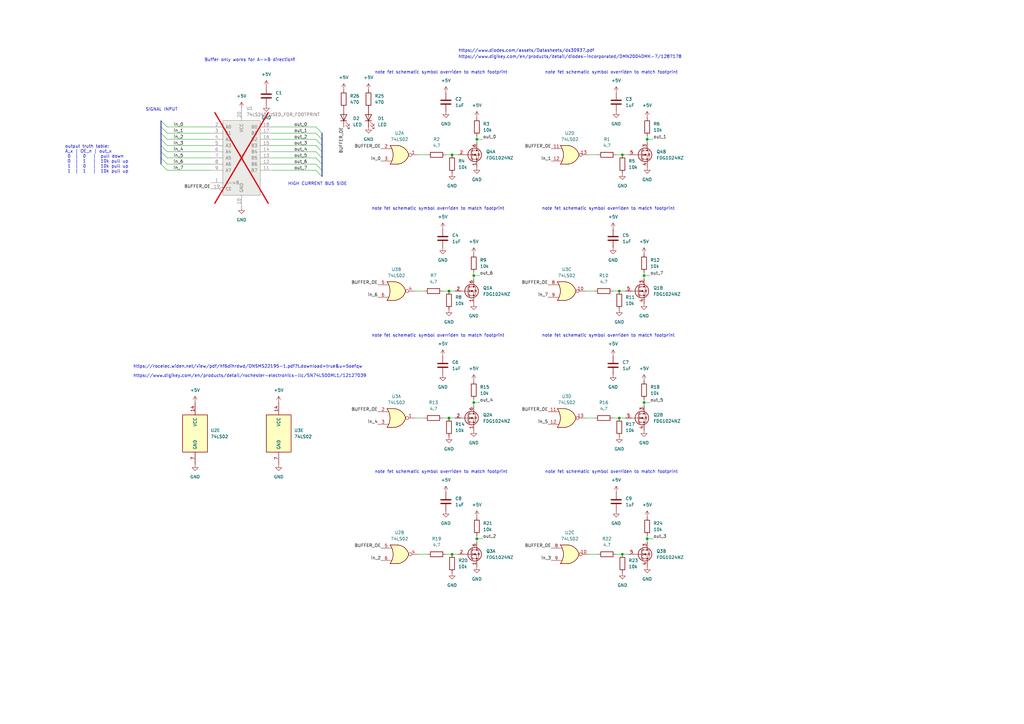
<source format=kicad_sch>
(kicad_sch (version 20230121) (generator eeschema)
  (paper "A3")
  (lib_symbols
    (symbol "74xx:74LS02" (pin_names (offset 1.016))
      (property "Reference" "U" (at 0 1.27 0))
      (property "Value" "74LS02" (at 0 -1.27 0))
      (symbol "74LS02_1_1"
        (arc (start -3.81 -3.81) (mid -2.589 0) (end -3.81 3.81) (stroke (width 0.254)))
        (arc (start -0.6096 -3.81) (mid 2.1842 -2.5851) (end 3.81 0) (stroke (width 0.254)) (fill (type background)))
        (polyline (pts (xy -3.81 -3.81) (xy -0.635 -3.81)) (stroke (width 0.254)) (fill (type background)))
        (polyline (pts (xy -3.81 3.81) (xy -0.635 3.81)) (stroke (width 0.254)) (fill (type background)))
        (polyline (pts (xy -0.635 3.81) (xy -3.81 3.81) (xy -3.81 3.81) (xy -3.556 3.4036) (xy -3.0226 2.2606) (xy -2.6924 1.0414) (xy -2.6162 -0.254) (xy -2.7686 -1.4986) (xy -3.175 -2.7178) (xy -3.81 -3.81) (xy -3.81 -3.81) (xy -0.635 -3.81)) (stroke (width -25.4)) (fill (type background)))
        (arc (start 3.81 0) (mid 2.1915 2.5936) (end -0.6096 3.81) (stroke (width 0.254)) (fill (type background)))
        (pin output inverted (at 7.62 0 180) (length 3.81) (name "~") (number "1"))
        (pin input line (at -7.62 2.54 0) (length 4.318) (name "~") (number "2"))
        (pin input line (at -7.62 -2.54 0) (length 4.318) (name "~") (number "3"))
      )
      (symbol "74LS02_1_2"
        (arc (start 0 -3.81) (mid 3.7934 0) (end 0 3.81) (stroke (width 0.254)) (fill (type background)))
        (polyline (pts (xy 0 3.81) (xy -3.81 3.81) (xy -3.81 -3.81) (xy 0 -3.81)) (stroke (width 0.254)) (fill (type background)))
        (pin output line (at 7.62 0 180) (length 3.81) (name "~") (number "1"))
        (pin input inverted (at -7.62 2.54 0) (length 3.81) (name "~") (number "2"))
        (pin input inverted (at -7.62 -2.54 0) (length 3.81) (name "~") (number "3"))
      )
      (symbol "74LS02_2_1"
        (arc (start -3.81 -3.81) (mid -2.589 0) (end -3.81 3.81) (stroke (width 0.254)))
        (arc (start -0.6096 -3.81) (mid 2.1842 -2.5851) (end 3.81 0) (stroke (width 0.254)) (fill (type background)))
        (polyline (pts (xy -3.81 -3.81) (xy -0.635 -3.81)) (stroke (width 0.254)) (fill (type background)))
        (polyline (pts (xy -3.81 3.81) (xy -0.635 3.81)) (stroke (width 0.254)) (fill (type background)))
        (polyline (pts (xy -0.635 3.81) (xy -3.81 3.81) (xy -3.81 3.81) (xy -3.556 3.4036) (xy -3.0226 2.2606) (xy -2.6924 1.0414) (xy -2.6162 -0.254) (xy -2.7686 -1.4986) (xy -3.175 -2.7178) (xy -3.81 -3.81) (xy -3.81 -3.81) (xy -0.635 -3.81)) (stroke (width -25.4)) (fill (type background)))
        (arc (start 3.81 0) (mid 2.1915 2.5936) (end -0.6096 3.81) (stroke (width 0.254)) (fill (type background)))
        (pin output inverted (at 7.62 0 180) (length 3.81) (name "~") (number "4"))
        (pin input line (at -7.62 2.54 0) (length 4.318) (name "~") (number "5"))
        (pin input line (at -7.62 -2.54 0) (length 4.318) (name "~") (number "6"))
      )
      (symbol "74LS02_2_2"
        (arc (start 0 -3.81) (mid 3.7934 0) (end 0 3.81) (stroke (width 0.254)) (fill (type background)))
        (polyline (pts (xy 0 3.81) (xy -3.81 3.81) (xy -3.81 -3.81) (xy 0 -3.81)) (stroke (width 0.254)) (fill (type background)))
        (pin output line (at 7.62 0 180) (length 3.81) (name "~") (number "4"))
        (pin input inverted (at -7.62 2.54 0) (length 3.81) (name "~") (number "5"))
        (pin input inverted (at -7.62 -2.54 0) (length 3.81) (name "~") (number "6"))
      )
      (symbol "74LS02_3_1"
        (arc (start -3.81 -3.81) (mid -2.589 0) (end -3.81 3.81) (stroke (width 0.254)))
        (arc (start -0.6096 -3.81) (mid 2.1842 -2.5851) (end 3.81 0) (stroke (width 0.254)) (fill (type background)))
        (polyline (pts (xy -3.81 -3.81) (xy -0.635 -3.81)) (stroke (width 0.254)) (fill (type background)))
        (polyline (pts (xy -3.81 3.81) (xy -0.635 3.81)) (stroke (width 0.254)) (fill (type background)))
        (polyline (pts (xy -0.635 3.81) (xy -3.81 3.81) (xy -3.81 3.81) (xy -3.556 3.4036) (xy -3.0226 2.2606) (xy -2.6924 1.0414) (xy -2.6162 -0.254) (xy -2.7686 -1.4986) (xy -3.175 -2.7178) (xy -3.81 -3.81) (xy -3.81 -3.81) (xy -0.635 -3.81)) (stroke (width -25.4)) (fill (type background)))
        (arc (start 3.81 0) (mid 2.1915 2.5936) (end -0.6096 3.81) (stroke (width 0.254)) (fill (type background)))
        (pin output inverted (at 7.62 0 180) (length 3.81) (name "~") (number "10"))
        (pin input line (at -7.62 2.54 0) (length 4.318) (name "~") (number "8"))
        (pin input line (at -7.62 -2.54 0) (length 4.318) (name "~") (number "9"))
      )
      (symbol "74LS02_3_2"
        (arc (start 0 -3.81) (mid 3.7934 0) (end 0 3.81) (stroke (width 0.254)) (fill (type background)))
        (polyline (pts (xy 0 3.81) (xy -3.81 3.81) (xy -3.81 -3.81) (xy 0 -3.81)) (stroke (width 0.254)) (fill (type background)))
        (pin output line (at 7.62 0 180) (length 3.81) (name "~") (number "10"))
        (pin input inverted (at -7.62 2.54 0) (length 3.81) (name "~") (number "8"))
        (pin input inverted (at -7.62 -2.54 0) (length 3.81) (name "~") (number "9"))
      )
      (symbol "74LS02_4_1"
        (arc (start -3.81 -3.81) (mid -2.589 0) (end -3.81 3.81) (stroke (width 0.254)))
        (arc (start -0.6096 -3.81) (mid 2.1842 -2.5851) (end 3.81 0) (stroke (width 0.254)) (fill (type background)))
        (polyline (pts (xy -3.81 -3.81) (xy -0.635 -3.81)) (stroke (width 0.254)) (fill (type background)))
        (polyline (pts (xy -3.81 3.81) (xy -0.635 3.81)) (stroke (width 0.254)) (fill (type background)))
        (polyline (pts (xy -0.635 3.81) (xy -3.81 3.81) (xy -3.81 3.81) (xy -3.556 3.4036) (xy -3.0226 2.2606) (xy -2.6924 1.0414) (xy -2.6162 -0.254) (xy -2.7686 -1.4986) (xy -3.175 -2.7178) (xy -3.81 -3.81) (xy -3.81 -3.81) (xy -0.635 -3.81)) (stroke (width -25.4)) (fill (type background)))
        (arc (start 3.81 0) (mid 2.1915 2.5936) (end -0.6096 3.81) (stroke (width 0.254)) (fill (type background)))
        (pin input line (at -7.62 2.54 0) (length 4.318) (name "~") (number "11"))
        (pin input line (at -7.62 -2.54 0) (length 4.318) (name "~") (number "12"))
        (pin output inverted (at 7.62 0 180) (length 3.81) (name "~") (number "13"))
      )
      (symbol "74LS02_4_2"
        (arc (start 0 -3.81) (mid 3.7934 0) (end 0 3.81) (stroke (width 0.254)) (fill (type background)))
        (polyline (pts (xy 0 3.81) (xy -3.81 3.81) (xy -3.81 -3.81) (xy 0 -3.81)) (stroke (width 0.254)) (fill (type background)))
        (pin input inverted (at -7.62 2.54 0) (length 3.81) (name "~") (number "11"))
        (pin input inverted (at -7.62 -2.54 0) (length 3.81) (name "~") (number "12"))
        (pin output line (at 7.62 0 180) (length 3.81) (name "~") (number "13"))
      )
      (symbol "74LS02_5_0"
        (pin power_in line (at 0 12.7 270) (length 5.08) (name "VCC") (number "14"))
        (pin power_in line (at 0 -12.7 90) (length 5.08) (name "GND") (number "7"))
      )
      (symbol "74LS02_5_1"
        (rectangle (start -5.08 7.62) (end 5.08 -7.62) (stroke (width 0.254)) (fill (type background)))
      )
    )
    (symbol "74xx:74LS245" (pin_names (offset 1.016))
      (property "Reference" "U" (at -7.62 16.51 0))
      (property "Value" "74LS245" (at -7.62 -16.51 0))
      (symbol "74LS245_1_0"
        (polyline (pts (xy -0.635 -1.27) (xy -0.635 1.27) (xy 0.635 1.27)))
        (polyline (pts (xy -1.27 -1.27) (xy 0.635 -1.27) (xy 0.635 1.27) (xy 1.27 1.27)))
        (pin input line (at -12.7 -10.16 0) (length 5.08) (name "A->B") (number "1"))
        (pin power_in line (at 0 -20.32 90) (length 5.08) (name "GND") (number "10"))
        (pin tri_state line (at 12.7 -5.08 180) (length 5.08) (name "B7") (number "11"))
        (pin tri_state line (at 12.7 -2.54 180) (length 5.08) (name "B6") (number "12"))
        (pin tri_state line (at 12.7 0 180) (length 5.08) (name "B5") (number "13"))
        (pin tri_state line (at 12.7 2.54 180) (length 5.08) (name "B4") (number "14"))
        (pin tri_state line (at 12.7 5.08 180) (length 5.08) (name "B3") (number "15"))
        (pin tri_state line (at 12.7 7.62 180) (length 5.08) (name "B2") (number "16"))
        (pin tri_state line (at 12.7 10.16 180) (length 5.08) (name "B1") (number "17"))
        (pin tri_state line (at 12.7 12.7 180) (length 5.08) (name "B0") (number "18"))
        (pin input inverted (at -12.7 -12.7 0) (length 5.08) (name "CE") (number "19"))
        (pin tri_state line (at -12.7 12.7 0) (length 5.08) (name "A0") (number "2"))
        (pin power_in line (at 0 20.32 270) (length 5.08) (name "VCC") (number "20"))
        (pin tri_state line (at -12.7 10.16 0) (length 5.08) (name "A1") (number "3"))
        (pin tri_state line (at -12.7 7.62 0) (length 5.08) (name "A2") (number "4"))
        (pin tri_state line (at -12.7 5.08 0) (length 5.08) (name "A3") (number "5"))
        (pin tri_state line (at -12.7 2.54 0) (length 5.08) (name "A4") (number "6"))
        (pin tri_state line (at -12.7 0 0) (length 5.08) (name "A5") (number "7"))
        (pin tri_state line (at -12.7 -2.54 0) (length 5.08) (name "A6") (number "8"))
        (pin tri_state line (at -12.7 -5.08 0) (length 5.08) (name "A7") (number "9"))
      )
      (symbol "74LS245_1_1"
        (rectangle (start -7.62 15.24) (end 7.62 -15.24) (stroke (width 0.254)) (fill (type background)))
      )
    )
    (symbol "Device:C" (pin_numbers hide) (pin_names (offset 0.254))
      (property "Reference" "C" (at 0.635 2.54 0))
      (property "Value" "C" (at 0.635 -2.54 0))
      (symbol "C_0_1"
        (polyline (pts (xy -2.032 -0.762) (xy 2.032 -0.762)) (stroke (width 0.508)))
        (polyline (pts (xy -2.032 0.762) (xy 2.032 0.762)) (stroke (width 0.508)))
      )
      (symbol "C_1_1"
        (pin passive line (at 0 3.81 270) (length 2.794) (name "~") (number "1"))
        (pin passive line (at 0 -3.81 90) (length 2.794) (name "~") (number "2"))
      )
    )
    (symbol "Device:LED" (pin_numbers hide) (pin_names (offset 1.016) hide)
      (property "Reference" "D" (at 0 2.54 0))
      (property "Value" "LED" (at 0 -2.54 0))
      (symbol "LED_0_1"
        (polyline (pts (xy -1.27 -1.27) (xy -1.27 1.27)) (stroke (width 0.254)))
        (polyline (pts (xy -1.27 0) (xy 1.27 0)))
        (polyline (pts (xy 1.27 -1.27) (xy 1.27 1.27) (xy -1.27 0) (xy 1.27 -1.27)) (stroke (width 0.254)))
        (polyline (pts (xy -3.048 -0.762) (xy -4.572 -2.286) (xy -3.81 -2.286) (xy -4.572 -2.286) (xy -4.572 -1.524)))
        (polyline (pts (xy -1.778 -0.762) (xy -3.302 -2.286) (xy -2.54 -2.286) (xy -3.302 -2.286) (xy -3.302 -1.524)))
      )
      (symbol "LED_1_1"
        (pin passive line (at -3.81 0 0) (length 2.54) (name "K") (number "1"))
        (pin passive line (at 3.81 0 180) (length 2.54) (name "A") (number "2"))
      )
    )
    (symbol "Device:R" (pin_numbers hide) (pin_names (offset 0))
      (property "Reference" "R" (at 2.032 0 90))
      (property "Value" "R" (at 0 0 90))
      (symbol "R_0_1"
        (rectangle (start -1.016 -2.54) (end 1.016 2.54) (stroke (width 0.254)))
      )
      (symbol "R_1_1"
        (pin passive line (at 0 3.81 270) (length 1.27) (name "~") (number "1"))
        (pin passive line (at 0 -3.81 90) (length 1.27) (name "~") (number "2"))
      )
    )
    (symbol "Transistor_FET:FDG1024NZ" (pin_names hide)
      (property "Reference" "Q" (at 5.08 1.905 0))
      (property "Value" "FDG1024NZ" (at 5.08 0 0))
      (symbol "FDG1024NZ_0_1"
        (polyline (pts (xy 0.254 0) (xy -2.54 0)))
        (polyline (pts (xy 0.254 1.905) (xy 0.254 -1.905)) (stroke (width 0.254)))
        (polyline (pts (xy 0.762 -1.27) (xy 0.762 -2.286)) (stroke (width 0.254)))
        (polyline (pts (xy 0.762 0.508) (xy 0.762 -0.508)) (stroke (width 0.254)))
        (polyline (pts (xy 0.762 2.286) (xy 0.762 1.27)) (stroke (width 0.254)))
        (polyline (pts (xy 2.54 2.54) (xy 2.54 1.778)))
        (polyline (pts (xy 2.54 -2.54) (xy 2.54 0) (xy 0.762 0)))
        (polyline (pts (xy 0.762 -1.778) (xy 3.302 -1.778) (xy 3.302 1.778) (xy 0.762 1.778)))
        (polyline (pts (xy 1.016 0) (xy 2.032 0.381) (xy 2.032 -0.381) (xy 1.016 0)) (fill (type outline)))
        (polyline (pts (xy 2.794 0.508) (xy 2.921 0.381) (xy 3.683 0.381) (xy 3.81 0.254)))
        (polyline (pts (xy 3.302 0.381) (xy 2.921 -0.254) (xy 3.683 -0.254) (xy 3.302 0.381)))
        (circle (center 1.651 0) (radius 2.794) (stroke (width 0.254)))
        (circle (center 2.54 -1.778) (radius 0.254) (fill (type outline)))
        (circle (center 2.54 1.778) (radius 0.254) (fill (type outline)))
      )
      (symbol "FDG1024NZ_1_1"
        (pin passive line (at 2.54 -5.08 90) (length 2.54) (name "S") (number "1"))
        (pin passive line (at -5.08 0 0) (length 2.54) (name "G") (number "2"))
        (pin passive line (at 2.54 5.08 270) (length 2.54) (name "D") (number "6"))
      )
      (symbol "FDG1024NZ_2_1"
        (pin passive line (at 2.54 5.08 270) (length 2.54) (name "D") (number "3"))
        (pin passive line (at 2.54 -5.08 90) (length 2.54) (name "S") (number "4"))
        (pin passive line (at -5.08 0 0) (length 2.54) (name "G") (number "5"))
      )
    )
    (symbol "power:+5V" (power) (pin_names (offset 0))
      (property "Value" "+5V" (at 0 3.556 0))
      (symbol "+5V_0_1"
        (polyline (pts (xy -0.762 1.27) (xy 0 2.54)))
        (polyline (pts (xy 0 0) (xy 0 2.54)))
        (polyline (pts (xy 0 2.54) (xy 0.762 1.27)))
      )
      (symbol "+5V_1_1"
        (pin power_in line (at 0 0 90) (length 0) hide (name "+5V") (number "1"))
      )
    )
    (symbol "power:GND" (power) (pin_names (offset 0))
      (property "Value" "GND" (at 0 -3.81 0))
      (symbol "GND_0_1"
        (polyline (pts (xy 0 0) (xy 0 -1.27) (xy 1.27 -1.27) (xy 0 -2.54) (xy -1.27 -1.27) (xy 0 -1.27)))
      )
      (symbol "GND_1_1"
        (pin power_in line (at 0 0 270) (length 0) hide (name "GND") (number "1"))
      )
    )
  )
  (junction (at 254 171.45))
  (junction (at 255.27 227.33))
  (junction (at 265.43 220.98))
  (junction (at 265.43 57.15))
  (junction (at 184.15 119.38))
  (junction (at 254 119.38))
  (junction (at 194.31 113.03))
  (junction (at 264.16 165.1))
  (junction (at 194.31 165.1))
  (junction (at 185.42 63.5))
  (junction (at 184.15 171.45))
  (junction (at 264.16 113.03))
  (junction (at 195.58 57.15))
  (junction (at 255.27 63.5))
  (junction (at 195.58 220.98))
  (junction (at 185.42 227.33))
  (bus_entry (at 66.04 52.07) (size 2.54 2.54))
  (bus_entry (at 66.04 54.61) (size 2.54 2.54))
  (bus_entry (at 66.04 62.23) (size 2.54 2.54))
  (bus_entry (at 129.54 62.23) (size 2.54 2.54))
  (bus_entry (at 129.54 67.31) (size 2.54 2.54))
  (bus_entry (at 129.54 57.15) (size 2.54 2.54))
  (bus_entry (at 129.54 54.61) (size 2.54 2.54))
  (bus_entry (at 129.54 69.85) (size 2.54 2.54))
  (bus_entry (at 66.04 67.31) (size 2.54 2.54))
  (bus_entry (at 66.04 64.77) (size 2.54 2.54))
  (bus_entry (at 129.54 64.77) (size 2.54 2.54))
  (bus_entry (at 66.04 49.53) (size 2.54 2.54))
  (bus_entry (at 129.54 59.69) (size 2.54 2.54))
  (bus_entry (at 66.04 57.15) (size 2.54 2.54))
  (bus_entry (at 66.04 59.69) (size 2.54 2.54))
  (bus_entry (at 129.54 52.07) (size 2.54 2.54))
  (wire (pts (xy 184.15 119.38) (xy 186.69 119.38)))
  (wire (pts (xy 185.42 63.5) (xy 187.96 63.5)))
  (wire (pts (xy 184.15 171.45) (xy 186.69 171.45)))
  (bus (pts (xy 132.08 67.31) (xy 132.08 69.85)))
  (wire (pts (xy 68.58 69.85) (xy 86.36 69.85)))
  (wire (pts (xy 264.16 113.03) (xy 264.16 114.3)))
  (bus (pts (xy 132.08 59.69) (xy 132.08 62.23)))
  (wire (pts (xy 111.76 64.77) (xy 129.54 64.77)))
  (bus (pts (xy 132.08 57.15) (xy 132.08 59.69)))
  (wire (pts (xy 111.76 69.85) (xy 129.54 69.85)))
  (wire (pts (xy 68.58 54.61) (xy 86.36 54.61)))
  (wire (pts (xy 265.43 55.88) (xy 265.43 57.15)))
  (bus (pts (xy 132.08 62.23) (xy 132.08 64.77)))
  (wire (pts (xy 265.43 57.15) (xy 267.97 57.15)))
  (bus (pts (xy 66.04 49.53) (xy 66.04 52.07)))
  (wire (pts (xy 182.88 63.5) (xy 185.42 63.5)))
  (wire (pts (xy 264.16 165.1) (xy 264.16 166.37)))
  (wire (pts (xy 195.58 219.71) (xy 195.58 220.98)))
  (bus (pts (xy 66.04 57.15) (xy 66.04 59.69)))
  (wire (pts (xy 252.73 227.33) (xy 255.27 227.33)))
  (wire (pts (xy 264.16 165.1) (xy 266.7 165.1)))
  (wire (pts (xy 194.31 165.1) (xy 196.85 165.1)))
  (wire (pts (xy 111.76 62.23) (xy 129.54 62.23)))
  (wire (pts (xy 68.58 57.15) (xy 86.36 57.15)))
  (wire (pts (xy 195.58 220.98) (xy 198.12 220.98)))
  (wire (pts (xy 254 171.45) (xy 256.54 171.45)))
  (bus (pts (xy 132.08 64.77) (xy 132.08 67.31)))
  (bus (pts (xy 66.04 59.69) (xy 66.04 62.23)))
  (wire (pts (xy 194.31 165.1) (xy 194.31 166.37)))
  (wire (pts (xy 194.31 111.76) (xy 194.31 113.03)))
  (wire (pts (xy 195.58 57.15) (xy 195.58 58.42)))
  (wire (pts (xy 255.27 227.33) (xy 257.81 227.33)))
  (wire (pts (xy 251.46 171.45) (xy 254 171.45)))
  (bus (pts (xy 132.08 69.85) (xy 132.08 72.39)))
  (wire (pts (xy 241.3 63.5) (xy 245.11 63.5)))
  (wire (pts (xy 111.76 54.61) (xy 129.54 54.61)))
  (wire (pts (xy 68.58 64.77) (xy 86.36 64.77)))
  (wire (pts (xy 241.3 227.33) (xy 245.11 227.33)))
  (bus (pts (xy 132.08 54.61) (xy 132.08 57.15)))
  (wire (pts (xy 251.46 119.38) (xy 254 119.38)))
  (wire (pts (xy 194.31 113.03) (xy 194.31 114.3)))
  (wire (pts (xy 194.31 113.03) (xy 196.85 113.03)))
  (wire (pts (xy 111.76 59.69) (xy 129.54 59.69)))
  (wire (pts (xy 171.45 63.5) (xy 175.26 63.5)))
  (wire (pts (xy 68.58 67.31) (xy 86.36 67.31)))
  (bus (pts (xy 66.04 64.77) (xy 66.04 67.31)))
  (wire (pts (xy 195.58 55.88) (xy 195.58 57.15)))
  (wire (pts (xy 254 119.38) (xy 256.54 119.38)))
  (wire (pts (xy 265.43 219.71) (xy 265.43 220.98)))
  (wire (pts (xy 195.58 220.98) (xy 195.58 222.25)))
  (bus (pts (xy 66.04 52.07) (xy 66.04 54.61)))
  (bus (pts (xy 66.04 62.23) (xy 66.04 64.77)))
  (wire (pts (xy 68.58 59.69) (xy 86.36 59.69)))
  (wire (pts (xy 171.45 227.33) (xy 175.26 227.33)))
  (wire (pts (xy 265.43 220.98) (xy 265.43 222.25)))
  (wire (pts (xy 111.76 67.31) (xy 129.54 67.31)))
  (wire (pts (xy 264.16 111.76) (xy 264.16 113.03)))
  (wire (pts (xy 264.16 113.03) (xy 266.7 113.03)))
  (wire (pts (xy 181.61 171.45) (xy 184.15 171.45)))
  (wire (pts (xy 255.27 63.5) (xy 257.81 63.5)))
  (wire (pts (xy 170.18 119.38) (xy 173.99 119.38)))
  (wire (pts (xy 265.43 220.98) (xy 267.97 220.98)))
  (wire (pts (xy 264.16 163.83) (xy 264.16 165.1)))
  (wire (pts (xy 240.03 171.45) (xy 243.84 171.45)))
  (wire (pts (xy 185.42 227.33) (xy 187.96 227.33)))
  (wire (pts (xy 182.88 227.33) (xy 185.42 227.33)))
  (wire (pts (xy 265.43 57.15) (xy 265.43 58.42)))
  (wire (pts (xy 240.03 119.38) (xy 243.84 119.38)))
  (wire (pts (xy 111.76 52.07) (xy 129.54 52.07)))
  (wire (pts (xy 68.58 52.07) (xy 86.36 52.07)))
  (wire (pts (xy 68.58 62.23) (xy 86.36 62.23)))
  (wire (pts (xy 181.61 119.38) (xy 184.15 119.38)))
  (wire (pts (xy 195.58 57.15) (xy 198.12 57.15)))
  (wire (pts (xy 170.18 171.45) (xy 173.99 171.45)))
  (wire (pts (xy 111.76 57.15) (xy 129.54 57.15)))
  (wire (pts (xy 194.31 163.83) (xy 194.31 165.1)))
  (bus (pts (xy 66.04 54.61) (xy 66.04 57.15)))
  (wire (pts (xy 252.73 63.5) (xy 255.27 63.5)))
  (text "note fet schematic symbol overriden to match footprint\n" (at 153.67 194.31 0) (effects (font (size 1.27 1.27)) (justify left bottom)))
  (text "note fet schematic symbol overriden to match footprint\n" (at 223.52 194.31 0) (effects (font (size 1.27 1.27)) (justify left bottom)))
  (text "https://www.digikey.com/en/products/detail/rochester-electronics-llc/SN74LS00ML1/12127039" (at 54.61 154.94 0) (effects (font (size 1.27 1.27)) (justify left bottom)))
  (text "SIGNAL INPUT" (at 59.69 45.72 0) (effects (font (size 1.27 1.27)) (justify left bottom)))
  (text "note fet schematic symbol overriden to match footprint\n" (at 222.25 138.43 0) (effects (font (size 1.27 1.27)) (justify left bottom)))
  (text "output truth table:\nA_x | OE_n | out_x\n 0  |  0   |  pull down\n 0  |  1   |  10k pull up\n 1  |  0   |  10k pull up\n 1  |  1   |  10k pull up" (at 26.67 71.12 0) (effects (font (size 1.27 1.27)) (justify left bottom)))
  (text "https://rocelec.widen.net/view/pdf/hf6dihrdwd/ONSMS22195-1.pdf?t.download=true&u=5oefqw" (at 54.61 151.13 0) (effects (font (size 1.27 1.27)) (justify left bottom)))
  (text "HIGH CURRENT BUS SIDE" (at 118.11 76.2 0) (effects (font (size 1.27 1.27)) (justify left bottom)))
  (text "note fet schematic symbol overriden to match footprint\n" (at 153.67 30.48 0) (effects (font (size 1.27 1.27)) (justify left bottom)))
  (text "note fet schematic symbol overriden to match footprint\n" (at 223.52 30.48 0) (effects (font (size 1.27 1.27)) (justify left bottom)))
  (text "note fet schematic symbol overriden to match footprint\n" (at 152.4 86.36 0) (effects (font (size 1.27 1.27)) (justify left bottom)))
  (text "note fet schematic symbol overriden to match footprint\n" (at 152.4 138.43 0) (effects (font (size 1.27 1.27)) (justify left bottom)))
  (text "https://www.diodes.com/assets/Datasheets/ds30937.pdf" (at 187.96 21.59 0) (effects (font (size 1.27 1.27)) (justify left bottom)))
  (text "note fet schematic symbol overriden to match footprint\n" (at 222.25 86.36 0) (effects (font (size 1.27 1.27)) (justify left bottom)))
  (text "Buffer only works for A->B direction!" (at 83.82 25.4 0) (effects (font (size 1.27 1.27)) (justify left bottom)))
  (text "https://www.digikey.com/en/products/detail/diodes-incorporated/DMN2004DMK-7/1287178" (at 187.96 24.13 0) (effects (font (size 1.27 1.27)) (justify left bottom)))
  (label "out_1" (at 120.65 54.61 0))
  (label "in_6" (at 154.94 121.92 180))
  (label "BUFFER_OE" (at 156.21 224.79 180))
  (label "BUFFER_OE" (at 226.06 60.96 180))
  (label "in_5" (at 224.79 173.99 180))
  (label "out_3" (at 120.65 59.69 0))
  (label "in_1" (at 71.12 54.61 0))
  (label "BUFFER_OE" (at 224.79 168.91 180))
  (label "in_7" (at 224.79 121.92 180))
  (label "out_1" (at 267.97 57.15 0))
  (label "BUFFER_OE" (at 86.36 77.47 180))
  (label "BUFFER_OE" (at 156.21 60.96 180))
  (label "out_5" (at 266.7 165.1 0))
  (label "in_2" (at 156.21 229.87 180))
  (label "BUFFER_OE" (at 154.94 168.91 180))
  (label "out_6" (at 120.65 67.31 0))
  (label "out_0" (at 198.12 57.15 0))
  (label "out_2" (at 120.65 57.15 0))
  (label "in_6" (at 71.12 67.31 0))
  (label "in_3" (at 71.12 59.69 0))
  (label "out_3" (at 267.97 220.98 0))
  (label "BUFFER_OE" (at 226.06 224.79 180))
  (label "in_3" (at 226.06 229.87 180))
  (label "in_0" (at 156.21 66.04 180))
  (label "BUFFER_OE" (at 140.97 52.07 270))
  (label "BUFFER_OE" (at 224.79 116.84 180))
  (label "out_7" (at 266.7 113.03 0))
  (label "out_0" (at 120.65 52.07 0))
  (label "out_5" (at 120.65 64.77 0))
  (label "out_6" (at 196.85 113.03 0))
  (label "out_4" (at 120.65 62.23 0))
  (label "in_4" (at 154.94 173.99 180))
  (label "in_4" (at 71.12 62.23 0))
  (label "in_1" (at 226.06 66.04 180))
  (label "in_5" (at 71.12 64.77 0))
  (label "in_2" (at 71.12 57.15 0))
  (label "out_4" (at 196.85 165.1 0))
  (label "in_0" (at 71.12 52.07 0))
  (label "in_7" (at 71.12 69.85 0))
  (label "BUFFER_OE" (at 154.94 116.84 180))
  (label "out_7" (at 120.65 69.85 0))
  (label "out_2" (at 198.12 220.98 0))
  (symbol (lib_id "power:+5V") (at 264.16 156.21 0) (unit 1)
    (property "Reference" "#PWR031" (effects hide))
    (property "Value" "+5V" (at 264.16 151.13 0))
  )
  (symbol (lib_id "power:+5V") (at 182.88 38.1 0) (unit 1)
    (property "Reference" "#PWR041" (effects hide))
    (property "Value" "+5V" (at 182.88 33.02 0))
  )
  (symbol (lib_id "Device:R") (at 177.8 119.38 90) (unit 1)
    (property "Reference" "R7" (at 177.8 113.03 90))
    (property "Value" "4.7" (at 177.8 115.57 90))
    (property "Footprint" "Resistor_SMD:R_0603_1608Metric_Pad0.98x0.95mm_HandSolder" (effects hide))
  )
  (symbol (lib_id "power:GND") (at 182.88 209.55 0) (unit 1)
    (property "Reference" "#PWR034" (effects hide))
    (property "Value" "GND" (at 182.88 214.63 0))
  )
  (symbol (lib_id "Device:C") (at 251.46 97.79 0) (unit 1)
    (property "Reference" "C5" (at 255.27 96.52 0) (effects (justify left)))
    (property "Value" "1uF" (at 255.27 99.06 0) (effects (justify left)))
    (property "Footprint" "Capacitor_SMD:C_0603_1608Metric" (effects hide))
  )
  (symbol (lib_id "Device:R") (at 184.15 123.19 180) (unit 1)
    (property "Reference" "R8" (at 186.69 121.92 0) (effects (justify right)))
    (property "Value" "10k" (at 186.69 124.46 0) (effects (justify right)))
    (property "Footprint" "Resistor_SMD:R_0603_1608Metric_Pad0.98x0.95mm_HandSolder" (effects hide))
  )
  (symbol (lib_id "Device:C") (at 252.73 41.91 0) (unit 1)
    (property "Reference" "C3" (at 256.54 40.64 0) (effects (justify left)))
    (property "Value" "1uF" (at 256.54 43.18 0) (effects (justify left)))
    (property "Footprint" "Capacitor_SMD:C_0603_1608Metric" (effects hide))
  )
  (symbol (lib_id "Device:R") (at 151.13 40.64 180) (unit 1)
    (property "Reference" "R25" (at 153.67 39.37 0) (effects (justify right)))
    (property "Value" "470" (at 153.67 41.91 0) (effects (justify right)))
    (property "Footprint" "Resistor_SMD:R_0603_1608Metric_Pad0.98x0.95mm_HandSolder" (effects hide))
  )
  (symbol (lib_id "Device:R") (at 194.31 107.95 180) (unit 1)
    (property "Reference" "R9" (at 196.85 106.68 0) (effects (justify right)))
    (property "Value" "10k" (at 196.85 109.22 0) (effects (justify right)))
    (property "Footprint" "Resistor_SMD:R_0603_1608Metric_Pad0.98x0.95mm_HandSolder" (effects hide))
  )
  (symbol (lib_id "74xx:74LS02") (at 162.56 119.38 0) (unit 2)
    (property "Reference" "U3" (at 162.56 110.49 0))
    (property "Value" "74LS02" (at 162.56 113.03 0))
    (property "Footprint" "Package_SO:SOIC-14_3.9x8.7mm_P1.27mm" (effects hide))
    (property "Datasheet" "http://www.ti.com/lit/gpn/sn74ls02" (effects hide))
  )
  (symbol (lib_id "power:+5V") (at 252.73 201.93 0) (unit 1)
    (property "Reference" "#PWR038" (effects hide))
    (property "Value" "+5V" (at 252.73 196.85 0))
  )
  (symbol (lib_id "power:GND") (at 151.13 52.07 0) (unit 1)
    (property "Reference" "#PWR050" (effects hide))
    (property "Value" "GND" (at 151.13 57.15 0))
  )
  (symbol (lib_id "power:GND") (at 265.43 232.41 0) (unit 1)
    (property "Reference" "#PWR044" (effects hide))
    (property "Value" "GND" (at 265.43 237.49 0))
  )
  (symbol (lib_id "power:GND") (at 80.01 190.5 0) (unit 1)
    (property "Reference" "#PWR046" (effects hide))
    (property "Value" "GND" (at 80.01 195.58 0))
  )
  (symbol (lib_id "Device:R") (at 140.97 40.64 180) (unit 1)
    (property "Reference" "R26" (at 143.51 39.37 0) (effects (justify right)))
    (property "Value" "470" (at 143.51 41.91 0) (effects (justify right)))
    (property "Footprint" "Resistor_SMD:R_0603_1608Metric_Pad0.98x0.95mm_HandSolder" (effects hide))
  )
  (symbol (lib_id "74xx:74LS245") (at 99.06 64.77 0) (unit 1) (dnp yes)
    (property "Reference" "U1" (at 101.0159 44.45 0) (effects (justify left)))
    (property "Value" "74LS245_USED_FOR_FOOTPRINT" (at 101.0159 46.99 0) (effects (justify left)))
    (property "Footprint" "Package_DIP:DIP-20_W7.62mm_Socket" (effects hide))
    (property "Datasheet" "http://www.ti.com/lit/gpn/sn74LS245" (effects hide))
  )
  (symbol (lib_id "Device:R") (at 248.92 63.5 90) (unit 1)
    (property "Reference" "R1" (at 248.92 57.15 90))
    (property "Value" "4.7" (at 248.92 59.69 90))
    (property "Footprint" "Resistor_SMD:R_0603_1608Metric_Pad0.98x0.95mm_HandSolder" (effects hide))
  )
  (symbol (lib_id "power:+5V") (at 80.01 165.1 0) (unit 1)
    (property "Reference" "#PWR045" (effects hide))
    (property "Value" "+5V" (at 80.01 160.02 0))
  )
  (symbol (lib_id "Transistor_FET:FDG1024NZ") (at 261.62 171.45 0) (unit 2)
    (property "Reference" "Q2" (at 267.97 170.18 0) (effects (justify left)))
    (property "Value" "FDG1024NZ" (at 267.97 172.72 0) (effects (justify left)))
    (property "Footprint" "Package_TO_SOT_SMD:SOT-23-6_Handsoldering" (effects hide))
    (property "Datasheet" "https://www.onsemi.com/pub/Collateral/FDG1024NZ-D.pdf" (effects hide))
  )
  (symbol (lib_id "Transistor_FET:FDG1024NZ") (at 261.62 119.38 0) (unit 2)
    (property "Reference" "Q1" (at 267.97 118.11 0) (effects (justify left)))
    (property "Value" "FDG1024NZ" (at 267.97 120.65 0) (effects (justify left)))
    (property "Footprint" "Package_TO_SOT_SMD:SOT-23-6_Handsoldering" (effects hide))
    (property "Datasheet" "https://www.onsemi.com/pub/Collateral/FDG1024NZ-D.pdf" (effects hide))
  )
  (symbol (lib_id "power:GND") (at 254 127 0) (unit 1)
    (property "Reference" "#PWR020" (effects hide))
    (property "Value" "GND" (at 254 132.08 0))
  )
  (symbol (lib_id "Transistor_FET:FDG1024NZ") (at 262.89 63.5 0) (unit 2)
    (property "Reference" "Q4" (at 269.24 62.23 0) (effects (justify left)))
    (property "Value" "FDG1024NZ" (at 269.24 64.77 0) (effects (justify left)))
    (property "Footprint" "Package_TO_SOT_SMD:SOT-23-6_Handsoldering" (effects hide))
    (property "Datasheet" "https://www.onsemi.com/pub/Collateral/FDG1024NZ-D.pdf" (effects hide))
  )
  (symbol (lib_id "power:GND") (at 109.22 43.18 0) (unit 1)
    (property "Reference" "#PWR08" (effects hide))
    (property "Value" "GND" (at 109.22 48.26 0))
  )
  (symbol (lib_id "power:+5V") (at 99.06 44.45 0) (unit 1)
    (property "Reference" "#PWR02" (effects hide))
    (property "Value" "+5V" (at 99.06 39.37 0))
  )
  (symbol (lib_id "Transistor_FET:FDG1024NZ") (at 193.04 227.33 0) (unit 1)
    (property "Reference" "Q3" (at 199.39 226.06 0) (effects (justify left)))
    (property "Value" "FDG1024NZ" (at 199.39 228.6 0) (effects (justify left)))
    (property "Footprint" "Package_TO_SOT_SMD:SOT-23-6_Handsoldering" (effects hide))
    (property "Datasheet" "https://www.onsemi.com/pub/Collateral/FDG1024NZ-D.pdf" (effects hide))
  )
  (symbol (lib_id "74xx:74LS02") (at 114.3 177.8 0) (unit 5)
    (property "Reference" "U3" (at 120.65 176.53 0) (effects (justify left)))
    (property "Value" "74LS02" (at 120.65 179.07 0) (effects (justify left)))
    (property "Footprint" "Package_SO:SOIC-14_3.9x8.7mm_P1.27mm" (effects hide))
    (property "Datasheet" "http://www.ti.com/lit/gpn/sn74ls02" (effects hide))
  )
  (symbol (lib_id "Device:C") (at 181.61 97.79 0) (unit 1)
    (property "Reference" "C4" (at 185.42 96.52 0) (effects (justify left)))
    (property "Value" "1uF" (at 185.42 99.06 0) (effects (justify left)))
    (property "Footprint" "Capacitor_SMD:C_0603_1608Metric" (effects hide))
  )
  (symbol (lib_id "power:+5V") (at 264.16 104.14 0) (unit 1)
    (property "Reference" "#PWR021" (effects hide))
    (property "Value" "+5V" (at 264.16 99.06 0))
  )
  (symbol (lib_id "Device:R") (at 179.07 227.33 90) (unit 1)
    (property "Reference" "R19" (at 179.07 220.98 90))
    (property "Value" "4.7" (at 179.07 223.52 90))
    (property "Footprint" "Resistor_SMD:R_0603_1608Metric_Pad0.98x0.95mm_HandSolder" (effects hide))
  )
  (symbol (lib_id "Device:R") (at 264.16 160.02 180) (unit 1)
    (property "Reference" "R18" (at 266.7 158.75 0) (effects (justify right)))
    (property "Value" "10k" (at 266.7 161.29 0) (effects (justify right)))
    (property "Footprint" "Resistor_SMD:R_0603_1608Metric_Pad0.98x0.95mm_HandSolder" (effects hide))
  )
  (symbol (lib_id "74xx:74LS02") (at 163.83 63.5 0) (unit 1)
    (property "Reference" "U2" (at 163.83 54.61 0))
    (property "Value" "74LS02" (at 163.83 57.15 0))
    (property "Footprint" "Package_SO:SOIC-14_3.9x8.7mm_P1.27mm" (effects hide))
    (property "Datasheet" "http://www.ti.com/lit/gpn/sn74ls02" (effects hide))
  )
  (symbol (lib_id "74xx:74LS02") (at 232.41 119.38 0) (unit 3)
    (property "Reference" "U3" (at 232.41 110.49 0))
    (property "Value" "74LS02" (at 232.41 113.03 0))
    (property "Footprint" "Package_SO:SOIC-14_3.9x8.7mm_P1.27mm" (effects hide))
    (property "Datasheet" "http://www.ti.com/lit/gpn/sn74ls02" (effects hide))
  )
  (symbol (lib_id "Device:R") (at 247.65 171.45 90) (unit 1)
    (property "Reference" "R16" (at 247.65 165.1 90))
    (property "Value" "4.7" (at 247.65 167.64 90))
    (property "Footprint" "Resistor_SMD:R_0603_1608Metric_Pad0.98x0.95mm_HandSolder" (effects hide))
  )
  (symbol (lib_id "Device:C") (at 182.88 41.91 0) (unit 1)
    (property "Reference" "C2" (at 186.69 40.64 0) (effects (justify left)))
    (property "Value" "1uF" (at 186.69 43.18 0) (effects (justify left)))
    (property "Footprint" "Capacitor_SMD:C_0603_1608Metric" (effects hide))
  )
  (symbol (lib_id "74xx:74LS02") (at 162.56 171.45 0) (unit 1)
    (property "Reference" "U3" (at 162.56 162.56 0))
    (property "Value" "74LS02" (at 162.56 165.1 0))
    (property "Footprint" "Package_SO:SOIC-14_3.9x8.7mm_P1.27mm" (effects hide))
    (property "Datasheet" "http://www.ti.com/lit/gpn/sn74ls02" (effects hide))
  )
  (symbol (lib_id "power:GND") (at 251.46 101.6 0) (unit 1)
    (property "Reference" "#PWR019" (effects hide))
    (property "Value" "GND" (at 251.46 106.68 0))
  )
  (symbol (lib_id "power:+5V") (at 181.61 93.98 0) (unit 1)
    (property "Reference" "#PWR012" (effects hide))
    (property "Value" "+5V" (at 181.61 88.9 0))
  )
  (symbol (lib_id "power:+5V") (at 114.3 165.1 0) (unit 1)
    (property "Reference" "#PWR048" (effects hide))
    (property "Value" "+5V" (at 114.3 160.02 0))
  )
  (symbol (lib_id "power:GND") (at 184.15 179.07 0) (unit 1)
    (property "Reference" "#PWR025" (effects hide))
    (property "Value" "GND" (at 184.15 184.15 0))
  )
  (symbol (lib_id "power:GND") (at 184.15 127 0) (unit 1)
    (property "Reference" "#PWR015" (effects hide))
    (property "Value" "GND" (at 184.15 132.08 0))
  )
  (symbol (lib_id "Device:C") (at 252.73 205.74 0) (unit 1)
    (property "Reference" "C9" (at 256.54 204.47 0) (effects (justify left)))
    (property "Value" "1uF" (at 256.54 207.01 0) (effects (justify left)))
    (property "Footprint" "Capacitor_SMD:C_0603_1608Metric" (effects hide))
  )
  (symbol (lib_id "Transistor_FET:FDG1024NZ") (at 191.77 171.45 0) (unit 1)
    (property "Reference" "Q2" (at 198.12 170.18 0) (effects (justify left)))
    (property "Value" "FDG1024NZ" (at 198.12 172.72 0) (effects (justify left)))
    (property "Footprint" "Package_TO_SOT_SMD:SOT-23-6_Handsoldering" (effects hide))
    (property "Datasheet" "https://www.onsemi.com/pub/Collateral/FDG1024NZ-D.pdf" (effects hide))
  )
  (symbol (lib_id "power:+5V") (at 140.97 36.83 0) (unit 1)
    (property "Reference" "#PWR051" (effects hide))
    (property "Value" "+5V" (at 140.97 31.75 0))
  )
  (symbol (lib_id "74xx:74LS02") (at 233.68 63.5 0) (unit 4)
    (property "Reference" "U2" (at 233.68 54.61 0))
    (property "Value" "74LS02" (at 233.68 57.15 0))
    (property "Footprint" "Package_SO:SOIC-14_3.9x8.7mm_P1.27mm" (effects hide))
    (property "Datasheet" "http://www.ti.com/lit/gpn/sn74ls02" (effects hide))
  )
  (symbol (lib_id "Device:R") (at 185.42 231.14 180) (unit 1)
    (property "Reference" "R20" (at 187.96 229.87 0) (effects (justify right)))
    (property "Value" "10k" (at 187.96 232.41 0) (effects (justify right)))
    (property "Footprint" "Resistor_SMD:R_0603_1608Metric_Pad0.98x0.95mm_HandSolder" (effects hide))
  )
  (symbol (lib_id "74xx:74LS02") (at 163.83 227.33 0) (unit 2)
    (property "Reference" "U2" (at 163.83 218.44 0))
    (property "Value" "74LS02" (at 163.83 220.98 0))
    (property "Footprint" "Package_SO:SOIC-14_3.9x8.7mm_P1.27mm" (effects hide))
    (property "Datasheet" "http://www.ti.com/lit/gpn/sn74ls02" (effects hide))
  )
  (symbol (lib_id "Device:R") (at 247.65 119.38 90) (unit 1)
    (property "Reference" "R10" (at 247.65 113.03 90))
    (property "Value" "4.7" (at 247.65 115.57 90))
    (property "Footprint" "Resistor_SMD:R_0603_1608Metric_Pad0.98x0.95mm_HandSolder" (effects hide))
  )
  (symbol (lib_id "power:GND") (at 255.27 71.12 0) (unit 1)
    (property "Reference" "#PWR09" (effects hide))
    (property "Value" "GND" (at 255.27 76.2 0))
  )
  (symbol (lib_id "power:+5V") (at 194.31 156.21 0) (unit 1)
    (property "Reference" "#PWR026" (effects hide))
    (property "Value" "+5V" (at 194.31 151.13 0))
  )
  (symbol (lib_id "Device:C") (at 182.88 205.74 0) (unit 1)
    (property "Reference" "C8" (at 186.69 204.47 0) (effects (justify left)))
    (property "Value" "1uF" (at 186.69 207.01 0) (effects (justify left)))
    (property "Footprint" "Capacitor_SMD:C_0603_1608Metric" (effects hide))
  )
  (symbol (lib_id "Device:R") (at 254 175.26 180) (unit 1)
    (property "Reference" "R17" (at 256.54 173.99 0) (effects (justify right)))
    (property "Value" "10k" (at 256.54 176.53 0) (effects (justify right)))
    (property "Footprint" "Resistor_SMD:R_0603_1608Metric_Pad0.98x0.95mm_HandSolder" (effects hide))
  )
  (symbol (lib_id "power:GND") (at 194.31 124.46 0) (unit 1)
    (property "Reference" "#PWR017" (effects hide))
    (property "Value" "GND" (at 194.31 129.54 0))
  )
  (symbol (lib_id "Device:R") (at 184.15 175.26 180) (unit 1)
    (property "Reference" "R14" (at 186.69 173.99 0) (effects (justify right)))
    (property "Value" "10k" (at 186.69 176.53 0) (effects (justify right)))
    (property "Footprint" "Resistor_SMD:R_0603_1608Metric_Pad0.98x0.95mm_HandSolder" (effects hide))
  )
  (symbol (lib_id "Device:R") (at 195.58 215.9 180) (unit 1)
    (property "Reference" "R21" (at 198.12 214.63 0) (effects (justify right)))
    (property "Value" "10k" (at 198.12 217.17 0) (effects (justify right)))
    (property "Footprint" "Resistor_SMD:R_0603_1608Metric_Pad0.98x0.95mm_HandSolder" (effects hide))
  )
  (symbol (lib_id "power:GND") (at 182.88 45.72 0) (unit 1)
    (property "Reference" "#PWR042" (effects hide))
    (property "Value" "GND" (at 182.88 50.8 0))
  )
  (symbol (lib_id "power:+5V") (at 265.43 48.26 0) (unit 1)
    (property "Reference" "#PWR010" (effects hide))
    (property "Value" "+5V" (at 265.43 43.18 0))
  )
  (symbol (lib_id "power:+5V") (at 265.43 212.09 0) (unit 1)
    (property "Reference" "#PWR043" (effects hide))
    (property "Value" "+5V" (at 265.43 207.01 0))
  )
  (symbol (lib_id "Device:C") (at 251.46 149.86 0) (unit 1)
    (property "Reference" "C7" (at 255.27 148.59 0) (effects (justify left)))
    (property "Value" "1uF" (at 255.27 151.13 0) (effects (justify left)))
    (property "Footprint" "Capacitor_SMD:C_0603_1608Metric" (effects hide))
  )
  (symbol (lib_id "power:+5V") (at 109.22 35.56 0) (unit 1)
    (property "Reference" "#PWR07" (effects hide))
    (property "Value" "+5V" (at 109.22 30.48 0))
  )
  (symbol (lib_id "74xx:74LS02") (at 232.41 171.45 0) (unit 4)
    (property "Reference" "U3" (at 232.41 162.56 0))
    (property "Value" "74LS02" (at 232.41 165.1 0))
    (property "Footprint" "Package_SO:SOIC-14_3.9x8.7mm_P1.27mm" (effects hide))
    (property "Datasheet" "http://www.ti.com/lit/gpn/sn74ls02" (effects hide))
  )
  (symbol (lib_id "power:GND") (at 185.42 234.95 0) (unit 1)
    (property "Reference" "#PWR035" (effects hide))
    (property "Value" "GND" (at 185.42 240.03 0))
  )
  (symbol (lib_id "power:GND") (at 195.58 232.41 0) (unit 1)
    (property "Reference" "#PWR037" (effects hide))
    (property "Value" "GND" (at 195.58 237.49 0))
  )
  (symbol (lib_id "power:GND") (at 265.43 68.58 0) (unit 1)
    (property "Reference" "#PWR011" (effects hide))
    (property "Value" "GND" (at 265.43 73.66 0))
  )
  (symbol (lib_id "power:GND") (at 114.3 190.5 0) (unit 1)
    (property "Reference" "#PWR047" (effects hide))
    (property "Value" "GND" (at 114.3 195.58 0))
  )
  (symbol (lib_id "Transistor_FET:FDG1024NZ") (at 191.77 119.38 0) (unit 1)
    (property "Reference" "Q1" (at 198.12 118.11 0) (effects (justify left)))
    (property "Value" "FDG1024NZ" (at 198.12 120.65 0) (effects (justify left)))
    (property "Footprint" "Package_TO_SOT_SMD:SOT-23-6_Handsoldering" (effects hide))
    (property "Datasheet" "https://www.onsemi.com/pub/Collateral/FDG1024NZ-D.pdf" (effects hide))
  )
  (symbol (lib_id "power:GND") (at 254 179.07 0) (unit 1)
    (property "Reference" "#PWR030" (effects hide))
    (property "Value" "GND" (at 254 184.15 0))
  )
  (symbol (lib_id "power:+5V") (at 151.13 36.83 0) (unit 1)
    (property "Reference" "#PWR049" (effects hide))
    (property "Value" "+5V" (at 151.13 31.75 0))
  )
  (symbol (lib_id "Device:R") (at 195.58 52.07 180) (unit 1)
    (property "Reference" "R3" (at 198.12 50.8 0) (effects (justify right)))
    (property "Value" "10k" (at 198.12 53.34 0) (effects (justify right)))
    (property "Footprint" "Resistor_SMD:R_0603_1608Metric_Pad0.98x0.95mm_HandSolder" (effects hide))
  )
  (symbol (lib_id "Device:C") (at 181.61 149.86 0) (unit 1)
    (property "Reference" "C6" (at 185.42 148.59 0) (effects (justify left)))
    (property "Value" "1uF" (at 185.42 151.13 0) (effects (justify left)))
    (property "Footprint" "Capacitor_SMD:C_0603_1608Metric" (effects hide))
  )
  (symbol (lib_id "Device:R") (at 248.92 227.33 90) (unit 1)
    (property "Reference" "R22" (at 248.92 220.98 90))
    (property "Value" "4.7" (at 248.92 223.52 90))
    (property "Footprint" "Resistor_SMD:R_0603_1608Metric_Pad0.98x0.95mm_HandSolder" (effects hide))
  )
  (symbol (lib_id "Device:R") (at 264.16 107.95 180) (unit 1)
    (property "Reference" "R12" (at 266.7 106.68 0) (effects (justify right)))
    (property "Value" "10k" (at 266.7 109.22 0) (effects (justify right)))
    (property "Footprint" "Resistor_SMD:R_0603_1608Metric_Pad0.98x0.95mm_HandSolder" (effects hide))
  )
  (symbol (lib_id "power:GND") (at 185.42 71.12 0) (unit 1)
    (property "Reference" "#PWR04" (effects hide))
    (property "Value" "GND" (at 185.42 76.2 0))
  )
  (symbol (lib_id "74xx:74LS02") (at 233.68 227.33 0) (unit 3)
    (property "Reference" "U2" (at 233.68 218.44 0))
    (property "Value" "74LS02" (at 233.68 220.98 0))
    (property "Footprint" "Package_SO:SOIC-14_3.9x8.7mm_P1.27mm" (effects hide))
    (property "Datasheet" "http://www.ti.com/lit/gpn/sn74ls02" (effects hide))
  )
  (symbol (lib_id "Device:R") (at 255.27 231.14 180) (unit 1)
    (property "Reference" "R23" (at 257.81 229.87 0) (effects (justify right)))
    (property "Value" "10k" (at 257.81 232.41 0) (effects (justify right)))
    (property "Footprint" "Resistor_SMD:R_0603_1608Metric_Pad0.98x0.95mm_HandSolder" (effects hide))
  )
  (symbol (lib_id "Device:R") (at 254 123.19 180) (unit 1)
    (property "Reference" "R11" (at 256.54 121.92 0) (effects (justify right)))
    (property "Value" "10k" (at 256.54 124.46 0) (effects (justify right)))
    (property "Footprint" "Resistor_SMD:R_0603_1608Metric_Pad0.98x0.95mm_HandSolder" (effects hide))
  )
  (symbol (lib_id "Device:R") (at 194.31 160.02 180) (unit 1)
    (property "Reference" "R15" (at 196.85 158.75 0) (effects (justify right)))
    (property "Value" "10k" (at 196.85 161.29 0) (effects (justify right)))
    (property "Footprint" "Resistor_SMD:R_0603_1608Metric_Pad0.98x0.95mm_HandSolder" (effects hide))
  )
  (symbol (lib_id "power:GND") (at 251.46 153.67 0) (unit 1)
    (property "Reference" "#PWR029" (effects hide))
    (property "Value" "GND" (at 251.46 158.75 0))
  )
  (symbol (lib_id "Device:LED") (at 151.13 48.26 90) (unit 1)
    (property "Reference" "D1" (at 154.94 48.5775 90) (effects (justify right)))
    (property "Value" "LED" (at 154.94 51.1175 90) (effects (justify right)))
    (property "Footprint" "LED_SMD:LED_0603_1608Metric_Pad1.05x0.95mm_HandSolder" (effects hide))
  )
  (symbol (lib_id "power:GND") (at 194.31 176.53 0) (unit 1)
    (property "Reference" "#PWR027" (effects hide))
    (property "Value" "GND" (at 194.31 181.61 0))
  )
  (symbol (lib_id "power:GND") (at 252.73 45.72 0) (unit 1)
    (property "Reference" "#PWR06" (effects hide))
    (property "Value" "GND" (at 252.73 50.8 0))
  )
  (symbol (lib_id "power:+5V") (at 252.73 38.1 0) (unit 1)
    (property "Reference" "#PWR05" (effects hide))
    (property "Value" "+5V" (at 252.73 33.02 0))
  )
  (symbol (lib_id "Device:R") (at 185.42 67.31 180) (unit 1)
    (property "Reference" "R4" (at 187.96 66.04 0) (effects (justify right)))
    (property "Value" "10k" (at 187.96 68.58 0) (effects (justify right)))
    (property "Footprint" "Resistor_SMD:R_0603_1608Metric_Pad0.98x0.95mm_HandSolder" (effects hide))
  )
  (symbol (lib_id "power:+5V") (at 251.46 146.05 0) (unit 1)
    (property "Reference" "#PWR028" (effects hide))
    (property "Value" "+5V" (at 251.46 140.97 0))
  )
  (symbol (lib_id "power:+5V") (at 251.46 93.98 0) (unit 1)
    (property "Reference" "#PWR018" (effects hide))
    (property "Value" "+5V" (at 251.46 88.9 0))
  )
  (symbol (lib_id "Device:R") (at 265.43 215.9 180) (unit 1)
    (property "Reference" "R24" (at 267.97 214.63 0) (effects (justify right)))
    (property "Value" "10k" (at 267.97 217.17 0) (effects (justify right)))
    (property "Footprint" "Resistor_SMD:R_0603_1608Metric_Pad0.98x0.95mm_HandSolder" (effects hide))
  )
  (symbol (lib_id "power:GND") (at 99.06 85.09 0) (unit 1)
    (property "Reference" "#PWR01" (effects hide))
    (property "Value" "GND" (at 99.06 90.17 0))
  )
  (symbol (lib_id "Device:R") (at 265.43 52.07 180) (unit 1)
    (property "Reference" "R6" (at 267.97 50.8 0) (effects (justify right)))
    (property "Value" "10k" (at 267.97 53.34 0) (effects (justify right)))
    (property "Footprint" "Resistor_SMD:R_0603_1608Metric_Pad0.98x0.95mm_HandSolder" (effects hide))
  )
  (symbol (lib_id "power:GND") (at 252.73 209.55 0) (unit 1)
    (property "Reference" "#PWR039" (effects hide))
    (property "Value" "GND" (at 252.73 214.63 0))
  )
  (symbol (lib_id "power:GND") (at 181.61 153.67 0) (unit 1)
    (property "Reference" "#PWR024" (effects hide))
    (property "Value" "GND" (at 181.61 158.75 0))
  )
  (symbol (lib_id "Transistor_FET:FDG1024NZ") (at 193.04 63.5 0) (unit 1)
    (property "Reference" "Q4" (at 199.39 62.23 0) (effects (justify left)))
    (property "Value" "FDG1024NZ" (at 199.39 64.77 0) (effects (justify left)))
    (property "Footprint" "Package_TO_SOT_SMD:SOT-23-6_Handsoldering" (effects hide))
    (property "Datasheet" "https://www.onsemi.com/pub/Collateral/FDG1024NZ-D.pdf" (effects hide))
  )
  (symbol (lib_id "power:GND") (at 195.58 68.58 0) (unit 1)
    (property "Reference" "#PWR03" (effects hide))
    (property "Value" "GND" (at 195.58 73.66 0))
  )
  (symbol (lib_id "Device:R") (at 255.27 67.31 180) (unit 1)
    (property "Reference" "R5" (at 257.81 66.04 0) (effects (justify right)))
    (property "Value" "10k" (at 257.81 68.58 0) (effects (justify right)))
    (property "Footprint" "Resistor_SMD:R_0603_1608Metric_Pad0.98x0.95mm_HandSolder" (effects hide))
  )
  (symbol (lib_id "Device:C") (at 109.22 39.37 0) (unit 1)
    (property "Reference" "C1" (at 113.03 38.1 0) (effects (justify left)))
    (property "Value" "C" (at 113.03 40.64 0) (effects (justify left)))
    (property "Footprint" "Capacitor_SMD:C_1206_3216Metric_Pad1.33x1.80mm_HandSolder" (effects hide))
  )
  (symbol (lib_id "74xx:74LS02") (at 80.01 177.8 0) (unit 5)
    (property "Reference" "U2" (at 86.36 176.53 0) (effects (justify left)))
    (property "Value" "74LS02" (at 86.36 179.07 0) (effects (justify left)))
    (property "Footprint" "Package_SO:SOIC-14_3.9x8.7mm_P1.27mm" (effects hide))
    (property "Datasheet" "http://www.ti.com/lit/gpn/sn74ls02" (effects hide))
  )
  (symbol (lib_id "Device:R") (at 177.8 171.45 90) (unit 1)
    (property "Reference" "R13" (at 177.8 165.1 90))
    (property "Value" "4.7" (at 177.8 167.64 90))
    (property "Footprint" "Resistor_SMD:R_0603_1608Metric_Pad0.98x0.95mm_HandSolder" (effects hide))
  )
  (symbol (lib_id "power:+5V") (at 195.58 48.26 0) (unit 1)
    (property "Reference" "#PWR013" (effects hide))
    (property "Value" "+5V" (at 195.58 43.18 0))
  )
  (symbol (lib_id "Device:LED") (at 140.97 48.26 90) (unit 1)
    (property "Reference" "D2" (at 144.78 48.5775 90) (effects (justify right)))
    (property "Value" "LED" (at 144.78 51.1175 90) (effects (justify right)))
    (property "Footprint" "LED_SMD:LED_0603_1608Metric_Pad1.05x0.95mm_HandSolder" (effects hide))
  )
  (symbol (lib_id "Device:R") (at 179.07 63.5 90) (unit 1)
    (property "Reference" "R2" (at 179.07 57.15 90))
    (property "Value" "4.7" (at 179.07 59.69 90))
    (property "Footprint" "Resistor_SMD:R_0603_1608Metric_Pad0.98x0.95mm_HandSolder" (effects hide))
  )
  (symbol (lib_id "power:GND") (at 264.16 176.53 0) (unit 1)
    (property "Reference" "#PWR032" (effects hide))
    (property "Value" "GND" (at 264.16 181.61 0))
  )
  (symbol (lib_id "power:+5V") (at 181.61 146.05 0) (unit 1)
    (property "Reference" "#PWR023" (effects hide))
    (property "Value" "+5V" (at 181.61 140.97 0))
  )
  (symbol (lib_id "power:GND") (at 181.61 101.6 0) (unit 1)
    (property "Reference" "#PWR014" (effects hide))
    (property "Value" "GND" (at 181.61 106.68 0))
  )
  (symbol (lib_id "power:+5V") (at 182.88 201.93 0) (unit 1)
    (property "Reference" "#PWR033" (effects hide))
    (property "Value" "+5V" (at 182.88 196.85 0))
  )
  (symbol (lib_id "Transistor_FET:FDG1024NZ") (at 262.89 227.33 0) (unit 2)
    (property "Reference" "Q3" (at 269.24 226.06 0) (effects (justify left)))
    (property "Value" "FDG1024NZ" (at 269.24 228.6 0) (effects (justify left)))
    (property "Footprint" "Package_TO_SOT_SMD:SOT-23-6_Handsoldering" (effects hide))
    (property "Datasheet" "https://www.onsemi.com/pub/Collateral/FDG1024NZ-D.pdf" (effects hide))
  )
  (symbol (lib_id "power:GND") (at 255.27 234.95 0) (unit 1)
    (property "Reference" "#PWR040" (effects hide))
    (property "Value" "GND" (at 255.27 240.03 0))
  )
  (symbol (lib_id "power:+5V") (at 194.31 104.14 0) (unit 1)
    (property "Reference" "#PWR016" (effects hide))
    (property "Value" "+5V" (at 194.31 99.06 0))
  )
  (symbol (lib_id "power:GND") (at 264.16 124.46 0) (unit 1)
    (property "Reference" "#PWR022" (effects hide))
    (property "Value" "GND" (at 264.16 129.54 0))
  )
  (symbol (lib_id "power:+5V") (at 195.58 212.09 0) (unit 1)
    (property "Reference" "#PWR036" (effects hide))
    (property "Value" "+5V" (at 195.58 207.01 0))
  )
)
</source>
